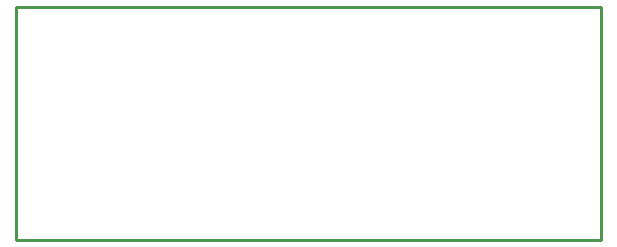
<source format=gm1>
G04 Layer_Color=16711935*
%FSLAX25Y25*%
%MOIN*%
G70*
G01*
G75*
%ADD16C,0.01000*%
D16*
X0Y0D02*
X195000D01*
Y77500D01*
X0D02*
X195000D01*
X0Y0D02*
Y77500D01*
M02*

</source>
